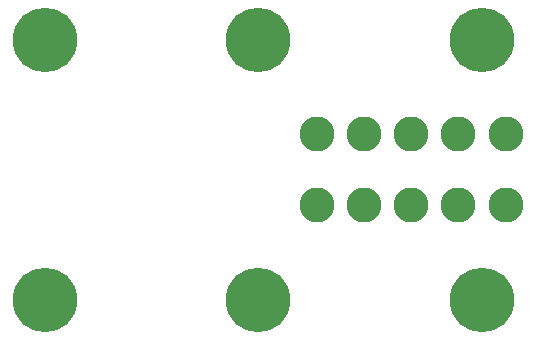
<source format=gbs>
G04 MADE WITH FRITZING*
G04 WWW.FRITZING.ORG*
G04 DOUBLE SIDED*
G04 HOLES PLATED*
G04 CONTOUR ON CENTER OF CONTOUR VECTOR*
%ASAXBY*%
%FSLAX23Y23*%
%MOIN*%
%OFA0B0*%
%SFA1.0B1.0*%
%ADD10C,0.214725*%
%ADD11C,0.116299*%
%LNMASK0*%
G90*
G70*
G54D10*
X157Y1027D03*
X157Y161D03*
X866Y1027D03*
X866Y161D03*
X1614Y1027D03*
X1614Y161D03*
G54D11*
X1220Y476D03*
X1378Y476D03*
X1693Y476D03*
X1535Y476D03*
X1063Y476D03*
X1063Y712D03*
X1220Y712D03*
X1378Y712D03*
X1535Y712D03*
X1693Y712D03*
G04 End of Mask0*
M02*
</source>
